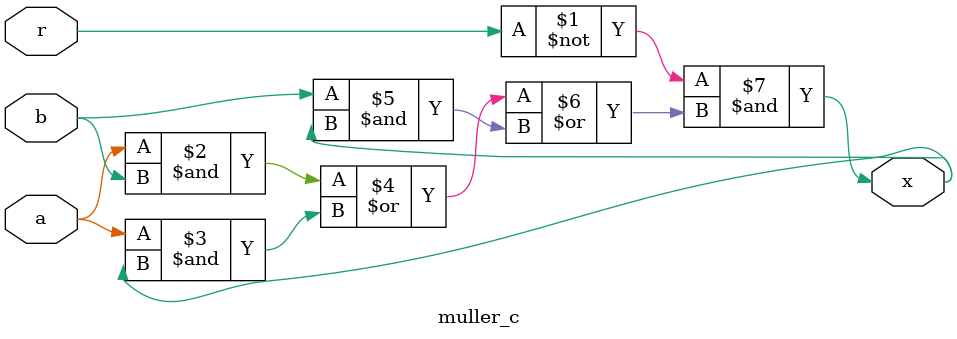
<source format=v>
`timescale 1ns / 1ps

module muller_c(
	input		r,
	input		a,
	input		b,
	output		x
);
	assign #0.1 x = ~r & ((a & b) | (a & x) | (b & x));
endmodule

</source>
